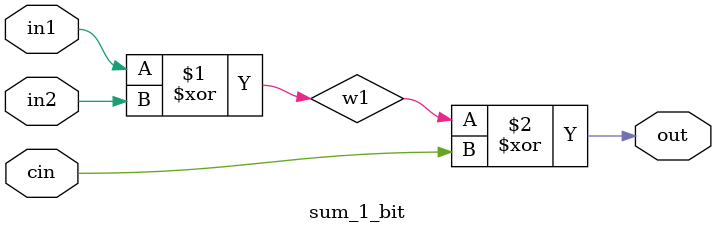
<source format=v>
module sum_1_bit(in1, in2, cin, out);
    input in1, in2, cin;
    output out;
    wire w1;
    xor sum0(w1, in1, in2);
    xor sum1(out, w1, cin);
endmodule
</source>
